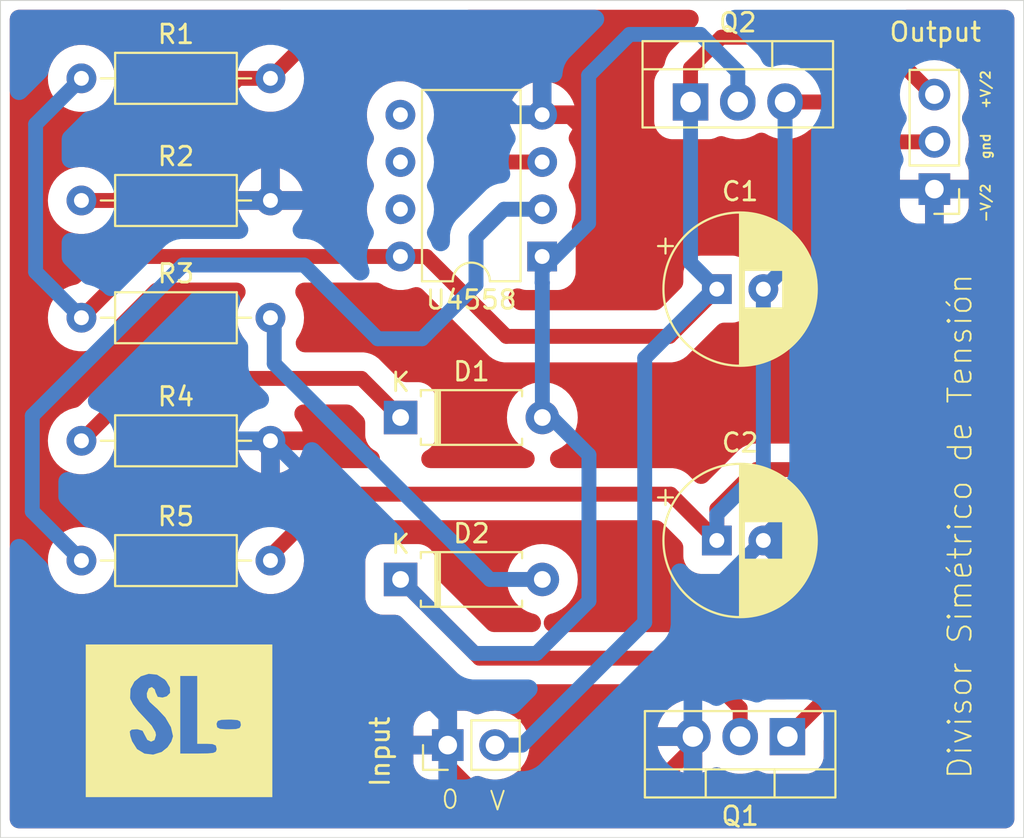
<source format=kicad_pcb>
(kicad_pcb (version 20240108) (generator "pcbnew") (generator_version "8.0")
  (layers (0 "F.Cu" signal) (31 "B.Cu" signal) (34 "B.Paste" user) (35 "F.Paste" user) (36 "B.SilkS" user "B.Silkscreen") (37 "F.SilkS" user "F.Silkscreen") (38 "B.Mask" user) (39 "F.Mask" user) (44 "Edge.Cuts" user))
  (net 0 "")
  (net 1 "Net-(Input1-Pin_2)")
  (net 2 "Net-(Output1-Pin_2)")
  (net 3 "0_V")
  (net 4 "Net-(D1-A)")
  (net 5 "Net-(D1-K)")
  (net 6 "Net-(D2-A)")
  (net 7 "Net-(U4558-+)")
  (net 8 "Net-(U4558--)")
  (footprint "Resistor_THT:R_Axial_DIN0207_L6.3mm_D2.5mm_P10.16mm_Horizontal" (layer "F.Cu") (at 128.7018 70.0532)
    (property "Reference" "R4" (at 5.08 -2.37 0) (layer "F.SilkS"))
    (property "Value" "10k")
    (pad "1" thru_hole circle (at 0 0) (size 1.6 1.6) (drill 0.8) (layers "*.Cu" "*.Mask") (net 5 "Net-(D1-K)"))
    (pad "2" thru_hole oval (at 10.16 0) (size 1.6 1.6) (drill 0.8) (layers "*.Cu" "*.Mask") (net 3 "0_V"))
  )
  (footprint "Resistor_THT:R_Axial_DIN0207_L6.3mm_D2.5mm_P10.16mm_Horizontal" (layer "F.Cu") (at 128.7018 63.4382)
    (property "Reference" "R3" (at 5.08 -2.37 0) (layer "F.SilkS"))
    (property "Value" "10k")
    (pad "1" thru_hole circle (at 0 0) (size 1.6 1.6) (drill 0.8) (layers "*.Cu" "*.Mask") (net 1 "Net-(Input1-Pin_2)"))
    (pad "2" thru_hole oval (at 10.16 0) (size 1.6 1.6) (drill 0.8) (layers "*.Cu" "*.Mask") (net 6 "Net-(D2-A)"))
  )
  (footprint "Connector_PinHeader_2.54mm:PinHeader_1x03_P2.54mm_Vertical" (layer "F.Cu") (at 174.5488 56.5254 180)
    (property "Reference" "Output" (at -0.0508 8.4432 0) (layer "F.SilkS"))
    (property "Value" "output")
    (pad "1" thru_hole rect (at 0 0 180) (size 1.7 1.7) (drill 1) (layers "*.Cu" "*.Mask") (net 3 "0_V"))
    (pad "2" thru_hole oval (at 0 2.54 180) (size 1.7 1.7) (drill 1) (layers "*.Cu" "*.Mask") (net 2 "Net-(Output1-Pin_2)"))
    (pad "3" thru_hole oval (at 0 5.08 180) (size 1.7 1.7) (drill 1) (layers "*.Cu" "*.Mask") (net 1 "Net-(Input1-Pin_2)"))
  )
  (footprint "Capacitor_THT:CP_Radial_D8.0mm_P2.50mm" (layer "F.Cu") (at 162.8551 61.9009)
    (property "Reference" "C1" (at 1.25 -5.25 0) (layer "F.SilkS"))
    (property "Value" "100u")
    (pad "1" thru_hole rect (at 0 0) (size 1.6 1.6) (drill 0.8) (layers "*.Cu" "*.Mask") (net 1 "Net-(Input1-Pin_2)"))
    (pad "2" thru_hole circle (at 2.5 0) (size 1.6 1.6) (drill 0.8) (layers "*.Cu" "*.Mask") (net 2 "Net-(Output1-Pin_2)"))
  )
  (footprint "Resistor_THT:R_Axial_DIN0207_L6.3mm_D2.5mm_P10.16mm_Horizontal" (layer "F.Cu") (at 128.7018 50.5714)
    (property "Reference" "R1" (at 5.08 -2.37 0) (layer "F.SilkS"))
    (property "Value" "10k")
    (pad "1" thru_hole circle (at 0 0) (size 1.6 1.6) (drill 0.8) (layers "*.Cu" "*.Mask") (net 1 "Net-(Input1-Pin_2)"))
    (pad "2" thru_hole oval (at 10.16 0) (size 1.6 1.6) (drill 0.8) (layers "*.Cu" "*.Mask") (net 7 "Net-(U4558-+)"))
  )
  (footprint "Resistor_THT:R_Axial_DIN0207_L6.3mm_D2.5mm_P10.16mm_Horizontal" (layer "F.Cu") (at 128.7018 57.136)
    (property "Reference" "R2" (at 5.08 -2.37 0) (layer "F.SilkS"))
    (property "Value" "10k")
    (pad "1" thru_hole circle (at 0 0) (size 1.6 1.6) (drill 0.8) (layers "*.Cu" "*.Mask") (net 7 "Net-(U4558-+)"))
    (pad "2" thru_hole oval (at 10.16 0) (size 1.6 1.6) (drill 0.8) (layers "*.Cu" "*.Mask") (net 3 "0_V"))
  )
  (footprint "Connector_PinHeader_2.54mm:PinHeader_1x02_P2.54mm_Vertical" (layer "F.Cu") (at 148.3918 86.4108 90)
    (property "Reference" "Input" (at -0.3556 -3.6372 90) (layer "F.SilkS"))
    (property "Value" "input")
    (pad "1" thru_hole rect (at 0 0 90) (size 1.7 1.7) (drill 1) (layers "*.Cu" "*.Mask") (net 3 "0_V"))
    (pad "2" thru_hole oval (at 0 2.54 90) (size 1.7 1.7) (drill 1) (layers "*.Cu" "*.Mask") (net 1 "Net-(Input1-Pin_2)"))
  )
  (footprint "Package_DIP:DIP-8_W7.62mm" (layer "F.Cu") (at 153.4668 60.1472 180)
    (property "Reference" "U4558" (at 3.81 -2.33 0) (layer "F.SilkS"))
    (property "Value" "OPA121KP")
    (pad "1" thru_hole rect (at 0 0 180) (size 1.6 1.6) (drill 0.8) (layers "*.Cu" "*.Mask") (net 4 "Net-(D1-A)"))
    (pad "2" thru_hole oval (at 0 2.54 180) (size 1.6 1.6) (drill 0.8) (layers "*.Cu" "*.Mask") (net 8 "Net-(U4558--)"))
    (pad "3" thru_hole oval (at 0 5.08 180) (size 1.6 1.6) (drill 0.8) (layers "*.Cu" "*.Mask") (net 7 "Net-(U4558-+)"))
    (pad "4" thru_hole oval (at 0 7.62 180) (size 1.6 1.6) (drill 0.8) (layers "*.Cu" "*.Mask") (net 3 "0_V"))
    (pad "5" thru_hole oval (at 7.62 7.62 180) (size 1.6 1.6) (drill 0.8) (layers "*.Cu" "*.Mask"))
    (pad "6" thru_hole oval (at 7.62 5.08 180) (size 1.6 1.6) (drill 0.8) (layers "*.Cu" "*.Mask"))
    (pad "7" thru_hole oval (at 7.62 2.54 180) (size 1.6 1.6) (drill 0.8) (layers "*.Cu" "*.Mask"))
    (pad "8" thru_hole oval (at 7.62 0 180) (size 1.6 1.6) (drill 0.8) (layers "*.Cu" "*.Mask") (net 1 "Net-(Input1-Pin_2)"))
  )
  (footprint "Package_TO_SOT_THT:TO-220-3_Vertical" (layer "F.Cu") (at 161.4424 51.8414)
    (property "Reference" "Q2" (at 2.54 -4.27 0) (layer "F.SilkS"))
    (property "Value" "NPN")
    (pad "1" thru_hole rect (at 0 0) (size 1.905 2) (drill 1.1) (layers "*.Cu" "*.Mask") (net 1 "Net-(Input1-Pin_2)"))
    (pad "2" thru_hole oval (at 2.54 0) (size 1.905 2) (drill 1.1) (layers "*.Cu" "*.Mask") (net 4 "Net-(D1-A)"))
    (pad "3" thru_hole oval (at 5.08 0) (size 1.905 2) (drill 1.1) (layers "*.Cu" "*.Mask") (net 2 "Net-(Output1-Pin_2)"))
  )
  (footprint "Propia:Huella_PCB_SL_chica" (layer "F.Cu") (at 133.8834 85.0392)
    (property "Reference" "G***" (hide yes))
    (property "Value" "LOGO" (hide yes))
  )
  (footprint "Diode_THT:D_A-405_P7.62mm_Horizontal" (layer "F.Cu") (at 145.8568 68.8017)
    (property "Reference" "D1" (at 3.81 -2.47 0) (layer "F.SilkS"))
    (property "Value" "D")
    (fp_text user "K" (at 0 -1.9 0) (layer "F.SilkS"))
    (pad "1" thru_hole rect (at 0 0) (size 1.8 1.8) (drill 0.9) (layers "*.Cu" "*.Mask") (net 5 "Net-(D1-K)"))
    (pad "2" thru_hole oval (at 7.62 0) (size 1.8 1.8) (drill 0.9) (layers "*.Cu" "*.Mask") (net 4 "Net-(D1-A)"))
  )
  (footprint "Diode_THT:D_A-405_P7.62mm_Horizontal" (layer "F.Cu") (at 145.8568 77.5063)
    (property "Reference" "D2" (at 3.81 -2.47 0) (layer "F.SilkS"))
    (property "Value" "D")
    (fp_text user "K" (at 0 -1.9 0) (layer "F.SilkS"))
    (pad "1" thru_hole rect (at 0 0) (size 1.8 1.8) (drill 0.9) (layers "*.Cu" "*.Mask") (net 4 "Net-(D1-A)"))
    (pad "2" thru_hole oval (at 7.62 0) (size 1.8 1.8) (drill 0.9) (layers "*.Cu" "*.Mask") (net 6 "Net-(D2-A)"))
  )
  (footprint "Package_TO_SOT_THT:TO-220-3_Vertical" (layer "F.Cu") (at 166.6494 85.9536 180)
    (property "Reference" "Q1" (at 2.54 -4.27 0) (layer "F.SilkS"))
    (property "Value" "PNP")
    (pad "1" thru_hole rect (at 0 0 180) (size 1.905 2) (drill 1.1) (layers "*.Cu" "*.Mask") (net 2 "Net-(Output1-Pin_2)"))
    (pad "2" thru_hole oval (at 2.54 0 180) (size 1.905 2) (drill 1.1) (layers "*.Cu" "*.Mask") (net 4 "Net-(D1-A)"))
    (pad "3" thru_hole oval (at 5.08 0 180) (size 1.905 2) (drill 1.1) (layers "*.Cu" "*.Mask") (net 3 "0_V"))
  )
  (footprint "Resistor_THT:R_Axial_DIN0207_L6.3mm_D2.5mm_P10.16mm_Horizontal" (layer "F.Cu") (at 128.7018 76.4908)
    (property "Reference" "R5" (at 5.08 -2.37 0) (layer "F.SilkS"))
    (property "Value" "10k")
    (pad "1" thru_hole circle (at 0 0) (size 1.6 1.6) (drill 0.8) (layers "*.Cu" "*.Mask") (net 8 "Net-(U4558--)"))
    (pad "2" thru_hole oval (at 10.16 0) (size 1.6 1.6) (drill 0.8) (layers "*.Cu" "*.Mask") (net 2 "Net-(Output1-Pin_2)"))
  )
  (footprint "Capacitor_THT:CP_Radial_D8.0mm_P2.50mm" (layer "F.Cu") (at 162.8551 75.4115)
    (property "Reference" "C2" (at 1.25 -5.25 0) (layer "F.SilkS"))
    (property "Value" "100u")
    (pad "1" thru_hole rect (at 0 0) (size 1.6 1.6) (drill 0.8) (layers "*.Cu" "*.Mask") (net 2 "Net-(Output1-Pin_2)"))
    (pad "2" thru_hole circle (at 2.5 0) (size 1.6 1.6) (drill 0.8) (layers "*.Cu" "*.Mask") (net 3 "0_V"))
  )
  (gr_rect (start 124.3494 46.3848) (end 179.3494 91.3848) (stroke (width 0.05)) (fill none) (layer "Edge.Cuts"))
  (gr_text "V" (at 150.5712 89.9922 0) (layer "F.SilkS") (effects (font (size 1 1) (thickness 0.1)) (justify left bottom)))
  (gr_text "-V/2" (at 177.5968 58.358838 90) (layer "F.SilkS") (effects (font (size 0.5 0.5) (thickness 0.1)) (justify left bottom)))
  (gr_text "+V/2" (at 177.5968 52.262838 90) (layer "F.SilkS") (effects (font (size 0.5 0.5) (thickness 0.1)) (justify left bottom)))
  (gr_text "Divisor Simétrico de Tensión" (at 176.657 88.3158 90) (layer "F.SilkS") (effects (font (size 1.25 1.25) (thickness 0.1)) (justify left bottom)))
  (gr_text "0\n" (at 147.9804 89.916 0) (layer "F.SilkS") (effects (font (size 1 1) (thickness 0.1)) (justify left bottom)))
  (gr_text "gnd\n" (at 177.5968 54.9656 90) (layer "F.SilkS") (effects (font (size 0.5 0.5) (thickness 0.1)) (justify left bottom)))
  (segment (start 163.0934 48.3616) (end 161.4424 50.0126) (width 0.8) (layer "F.Cu") (net 1))
  (segment (start 171.3738 48.3616) (end 163.0934 48.3616) (width 0.8) (layer "F.Cu") (net 1))
  (segment (start 147.2485 60.1472) (end 145.8468 60.1472) (width 0.8) (layer "F.Cu") (net 1))
  (segment (start 145.8468 60.1472) (end 131.9928 60.1472) (width 0.8) (layer "F.Cu") (net 1))
  (segment (start 161.4424 50.0126) (end 161.4424 51.8414) (width 0.8) (layer "F.Cu") (net 1))
  (segment (start 174.5488 51.4454) (end 174.4576 51.4454) (width 0.8) (layer "F.Cu") (net 1))
  (segment (start 131.9928 60.1472) (end 128.7018 63.4382) (width 0.8) (layer "F.Cu") (net 1))
  (segment (start 151.5411 64.4398) (end 147.2485 60.1472) (width 0.8) (layer "F.Cu") (net 1))
  (segment (start 162.8551 61.9009) (end 160.3162 64.4398) (width 0.8) (layer "F.Cu") (net 1))
  (segment (start 160.3162 64.4398) (end 151.5411 64.4398) (width 0.8) (layer "F.Cu") (net 1))
  (segment (start 174.4576 51.4454) (end 171.3738 48.3616) (width 0.8) (layer "F.Cu") (net 1))
  (segment (start 126.238 60.9744) (end 128.7018 63.4382) (width 0.8) (layer "B.Cu") (net 1))
  (segment (start 161.4424 60.4882) (end 161.4424 51.8414) (width 0.8) (layer "B.Cu") (net 1))
  (segment (start 162.6859 61.9009) (end 158.9786 65.6082) (width 0.8) (layer "B.Cu") (net 1))
  (segment (start 162.8551 61.9009) (end 161.4424 60.4882) (width 0.8) (layer "B.Cu") (net 1))
  (segment (start 128.7018 50.5714) (end 126.238 53.0352) (width 0.8) (layer "B.Cu") (net 1))
  (segment (start 162.8551 61.9009) (end 162.6859 61.9009) (width 0.8) (layer "B.Cu") (net 1))
  (segment (start 126.238 53.0352) (end 126.238 60.9744) (width 0.8) (layer "B.Cu") (net 1))
  (segment (start 158.9786 79.8157) (end 152.3835 86.4108) (width 0.8) (layer "B.Cu") (net 1))
  (segment (start 158.9786 65.6082) (end 158.9786 79.8157) (width 0.8) (layer "B.Cu") (net 1))
  (segment (start 152.3835 86.4108) (end 150.9318 86.4108) (width 0.8) (layer "B.Cu") (net 1))
  (segment (start 166.5224 51.8414) (end 170.2054 51.8414) (width 0.8) (layer "F.Cu") (net 2))
  (segment (start 160.3756 72.9234) (end 142.1892 72.9234) (width 0.8) (layer "F.Cu") (net 2))
  (segment (start 138.8618 76.2508) (end 138.8618 76.4908) (width 0.8) (layer "F.Cu") (net 2))
  (segment (start 162.8551 75.4029) (end 160.3756 72.9234) (width 0.8) (layer "F.Cu") (net 2))
  (segment (start 166.6494 85.9536) (end 170.7642 81.8388) (width 0.8) (layer "F.Cu") (net 2))
  (segment (start 164.973 71.6026) (end 162.8551 73.7205) (width 0.8) (layer "F.Cu") (net 2))
  (segment (start 170.2054 51.8414) (end 172.3494 53.9854) (width 0.8) (layer "F.Cu") (net 2))
  (segment (start 170.7642 81.8388) (end 170.7642 74.422) (width 0.8) (layer "F.Cu") (net 2))
  (segment (start 142.1892 72.9234) (end 138.8618 76.2508) (width 0.8) (layer "F.Cu") (net 2))
  (segment (start 167.9448 71.6026) (end 164.973 71.6026) (width 0.8) (layer "F.Cu") (net 2))
  (segment (start 172.3494 53.9854) (end 174.5488 53.9854) (width 0.8) (layer "F.Cu") (net 2))
  (segment (start 162.8551 75.4115) (end 162.8551 75.4029) (width 0.8) (layer "F.Cu") (net 2))
  (segment (start 170.7642 74.422) (end 167.9448 71.6026) (width 0.8) (layer "F.Cu") (net 2))
  (segment (start 162.8551 73.7205) (end 162.8551 75.4115) (width 0.8) (layer "F.Cu") (net 2))
  (segment (start 165.3551 61.9009) (end 165.3551 71.5098) (width 0.8) (layer "B.Cu") (net 2))
  (segment (start 165.3551 61.9009) (end 166.5224 60.7336) (width 0.8) (layer "B.Cu") (net 2))
  (segment (start 165.3551 71.5098) (end 162.8551 74.0098) (width 0.8) (layer "B.Cu") (net 2))
  (segment (start 162.8551 75.4115) (end 162.8551 74.0098) (width 0.8) (layer "B.Cu") (net 2))
  (segment (start 166.5224 60.7336) (end 166.5224 51.8414) (width 0.8) (layer "B.Cu") (net 2))
  (segment (start 158.8667 56.5254) (end 174.5488 56.5254) (width 0.8) (layer "F.Cu") (net 3))
  (segment (start 148.3918 86.4108) (end 148.3918 87.508) (width 0.8) (layer "F.Cu") (net 3))
  (segment (start 158.4452 89.662) (end 161.5694 86.5378) (width 0.8) (layer "F.Cu") (net 3))
  (segment (start 154.8685 52.5272) (end 158.8667 56.5254) (width 0.8) (layer "F.Cu") (net 3))
  (segment (start 153.4668 52.5272) (end 154.8685 52.5272) (width 0.8) (layer "F.Cu") (net 3))
  (segment (start 150.5458 89.662) (end 158.4452 89.662) (width 0.8) (layer "F.Cu") (net 3))
  (segment (start 161.5694 86.5378) (end 161.5694 85.9536) (width 0.8) (layer "F.Cu") (net 3))
  (segment (start 148.3918 87.508) (end 150.5458 89.662) (width 0.8) (layer "F.Cu") (net 3))
  (segment (start 161.5694 85.9536) (end 161.5694 79.1972) (width 0.8) (layer "B.Cu") (net 3))
  (segment (start 138.811 54.3814) (end 144.018 49.1744) (width 0.8) (layer "B.Cu") (net 3))
  (segment (start 161.5694 79.1972) (end 165.3551 75.4115) (width 0.8) (layer "B.Cu") (net 3))
  (segment (start 138.8618 57.136) (end 138.811 57.0852) (width 0.8) (layer "B.Cu") (net 3))
  (segment (start 138.811 57.0852) (end 138.811 54.3814) (width 0.8) (layer "B.Cu") (net 3))
  (segment (start 148.7123 49.1744) (end 152.0651 52.5272) (width 0.8) (layer "B.Cu") (net 3))
  (segment (start 148.3918 84.9591) (end 148.3918 86.4108) (width 0.8) (layer "B.Cu") (net 3))
  (segment (start 152.0651 52.5272) (end 153.4668 52.5272) (width 0.8) (layer "B.Cu") (net 3))
  (segment (start 174.5488 69.9516) (end 169.0889 75.4115) (width 0.8) (layer "B.Cu") (net 3))
  (segment (start 138.8618 70.0532) (end 138.938 70.0532) (width 0.8) (layer "B.Cu") (net 3))
  (segment (start 174.5488 56.5254) (end 174.5488 69.9516) (width 0.8) (layer "B.Cu") (net 3))
  (segment (start 144.018 49.1744) (end 148.7123 49.1744) (width 0.8) (layer "B.Cu") (net 3))
  (segment (start 169.0889 75.4115) (end 165.3551 75.4115) (width 0.8) (layer "B.Cu") (net 3))
  (segment (start 141.2748 77.8421) (end 148.3918 84.9591) (width 0.8) (layer "B.Cu") (net 3))
  (segment (start 138.938 70.0532) (end 141.2748 72.39) (width 0.8) (layer "B.Cu") (net 3))
  (segment (start 141.2748 72.39) (end 141.2748 77.8421) (width 0.8) (layer "B.Cu") (net 3))
  (segment (start 150.0877 81.7372) (end 145.8568 77.5063) (width 0.8) (layer "F.Cu") (net 4))
  (segment (start 164.1094 84.4296) (end 161.417 81.7372) (width 0.8) (layer "F.Cu") (net 4))
  (segment (start 161.417 81.7372) (end 150.0877 81.7372) (width 0.8) (layer "F.Cu") (net 4))
  (segment (start 164.1094 85.9536) (end 164.1094 84.4296) (width 0.8) (layer "F.Cu") (net 4))
  (segment (start 155.9642 58.3506) (end 155.9642 50.4108) (width 0.8) (layer "B.Cu") (net 4))
  (segment (start 153.4668 60.848) (end 153.4668 61.5489) (width 0.8) (layer "B.Cu") (net 4))
  (segment (start 153.4668 60.848) (end 155.9642 58.3506) (width 0.8) (layer "B.Cu") (net 4))
  (segment (start 145.8568 77.5063) (end 149.8337 81.4832) (width 0.8) (layer "B.Cu") (net 4))
  (segment (start 155.9814 78.6638) (end 155.9814 70.8152) (width 0.8) (layer "B.Cu") (net 4))
  (segment (start 149.8337 81.4832) (end 153.162 81.4832) (width 0.8) (layer "B.Cu") (net 4))
  (segment (start 153.4768 68.8017) (end 153.4768 61.5589) (width 0.8) (layer "B.Cu") (net 4))
  (segment (start 153.162 81.4832) (end 155.9814 78.6638) (width 0.8) (layer "B.Cu") (net 4))
  (segment (start 155.9814 70.8152) (end 153.9679 68.8017) (width 0.8) (layer "B.Cu") (net 4))
  (segment (start 153.9679 68.8017) (end 153.4768 68.8017) (width 0.8) (layer "B.Cu") (net 4))
  (segment (start 161.9758 48.2092) (end 163.9824 50.2158) (width 0.8) (layer "B.Cu") (net 4))
  (segment (start 163.9824 50.2158) (end 163.9824 51.8414) (width 0.8) (layer "B.Cu") (net 4))
  (segment (start 153.4768 61.5589) (end 153.4668 61.5489) (width 0.8) (layer "B.Cu") (net 4))
  (segment (start 158.1658 48.2092) (end 161.9758 48.2092) (width 0.8) (layer "B.Cu") (net 4))
  (segment (start 155.9642 50.4108) (end 158.1658 48.2092) (width 0.8) (layer "B.Cu") (net 4))
  (segment (start 153.4668 60.1472) (end 153.4668 60.848) (width 0.8) (layer "B.Cu") (net 4))
  (segment (start 132.0546 66.7004) (end 128.7018 70.0532) (width 0.8) (layer "F.Cu") (net 5))
  (segment (start 143.7555 66.7004) (end 132.0546 66.7004) (width 0.8) (layer "F.Cu") (net 5))
  (segment (start 145.8568 68.8017) (end 143.7555 66.7004) (width 0.8) (layer "F.Cu") (net 5))
  (segment (start 153.4768 77.5063) (end 150.6583 77.5063) (width 0.8) (layer "B.Cu") (net 6))
  (segment (start 139.065 65.913) (end 139.065 63.6414) (width 0.8) (layer "B.Cu") (net 6))
  (segment (start 150.6583 77.5063) (end 139.065 65.913) (width 0.8) (layer "B.Cu") (net 6))
  (segment (start 139.065 63.6414) (end 138.8618 63.4382) (width 0.8) (layer "B.Cu") (net 6))
  (segment (start 148.9202 49.4538) (end 148.9202 53.6448) (width 0.8) (layer "F.Cu") (net 7))
  (segment (start 138.8618 50.5714) (end 141.5542 47.879) (width 0.8) (layer "F.Cu") (net 7))
  (segment (start 130.57 57.136) (end 128.7018 57.136) (width 0.8) (layer "F.Cu") (net 7))
  (segment (start 147.3454 47.879) (end 148.9202 49.4538) (width 0.8) (layer "F.Cu") (net 7))
  (segment (start 141.5542 47.879) (end 147.3454 47.879) (width 0.8) (layer "F.Cu") (net 7))
  (segment (start 138.8618 50.5714) (end 137.1346 50.5714) (width 0.8) (layer "F.Cu") (net 7))
  (segment (start 137.1346 50.5714) (end 130.57 57.136) (width 0.8) (layer "F.Cu") (net 7))
  (segment (start 150.3426 55.0672) (end 153.4668 55.0672) (width 0.8) (layer "F.Cu") (net 7))
  (segment (start 148.9202 53.6448) (end 150.3426 55.0672) (width 0.8) (layer "F.Cu") (net 7))
  (segment (start 126.0602 68.707) (end 126.0602 73.8492) (width 0.8) (layer "B.Cu") (net 8))
  (segment (start 147.0152 64.5668) (end 144.6276 64.5668) (width 0.8) (layer "B.Cu") (net 8))
  (segment (start 149.9108 61.6712) (end 147.0152 64.5668) (width 0.8) (layer "B.Cu") (net 8))
  (segment (start 126.0602 73.8492) (end 128.7018 76.4908) (width 0.8) (layer "B.Cu") (net 8))
  (segment (start 149.9108 59.1058) (end 149.9108 61.6712) (width 0.8) (layer "B.Cu") (net 8))
  (segment (start 151.4094 57.6072) (end 149.9108 59.1058) (width 0.8) (layer "B.Cu") (net 8))
  (segment (start 144.6276 64.5668) (end 140.6652 60.6044) (width 0.8) (layer "B.Cu") (net 8))
  (segment (start 140.6652 60.6044) (end 134.1628 60.6044) (width 0.8) (layer "B.Cu") (net 8))
  (segment (start 134.1628 60.6044) (end 126.0602 68.707) (width 0.8) (layer "B.Cu") (net 8))
  (segment (start 153.4668 57.6072) (end 151.4094 57.6072) (width 0.8) (layer "B.Cu") (net 8))
  (zone (net 3) (net_name "0_V") (layer "F.Cu") (priority 1) (connect_pads (clearance 1)) (min_thickness 1) (fill yes (thermal_gap 1) (thermal_bridge_width 1))
    (polygon (pts (xy 179.324 91.3384) (xy 124.3838 91.313) (xy 124.3584 46.4058) (xy 179.324 46.4058)))
  )
  (zone (net 3) (net_name "0_V") (layer "B.Cu") (connect_pads (clearance 1)) (min_thickness 1) (fill yes (thermal_gap 1) (thermal_bridge_width 1))
    (polygon (pts (xy 179.324 91.3384) (xy 124.3838 91.3384) (xy 124.3584 46.4312) (xy 179.324 46.4058)))
  )
)
</source>
